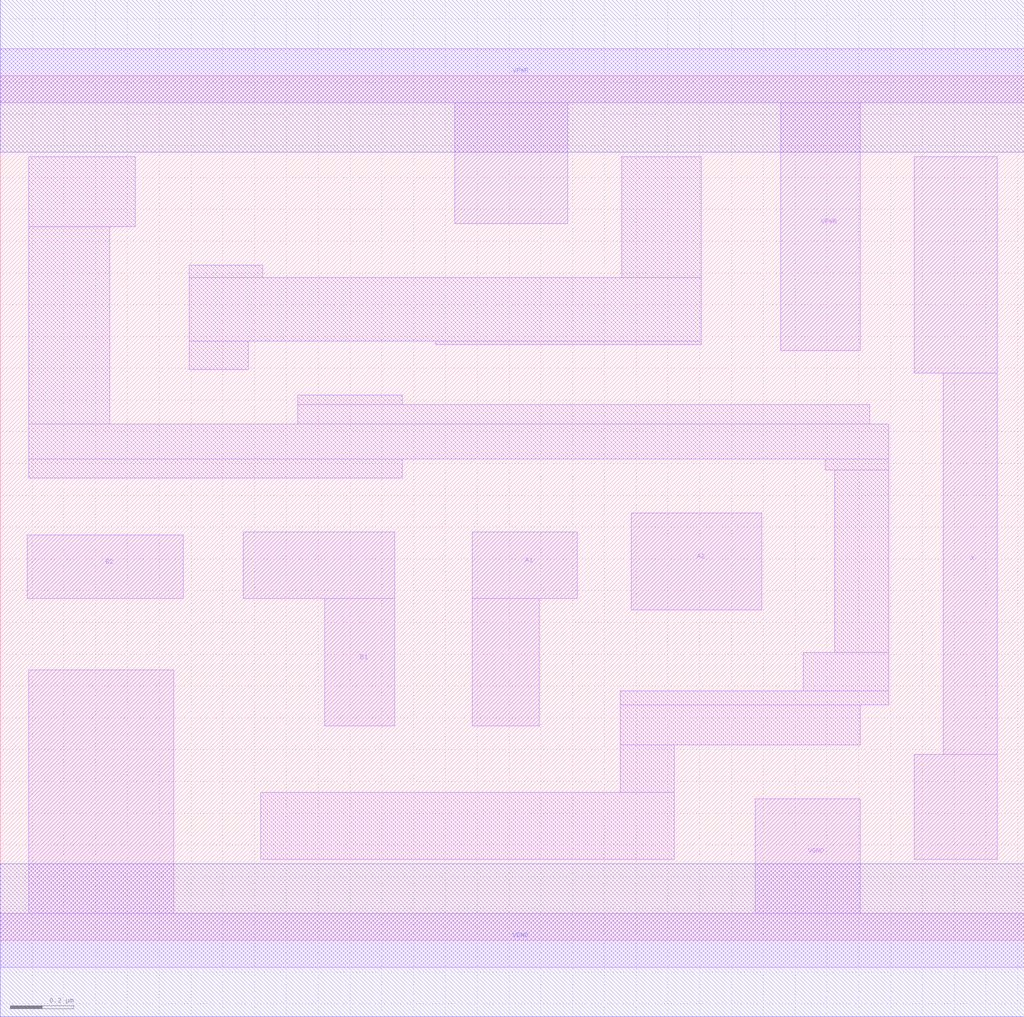
<source format=lef>
# Copyright 2020 The SkyWater PDK Authors
#
# Licensed under the Apache License, Version 2.0 (the "License");
# you may not use this file except in compliance with the License.
# You may obtain a copy of the License at
#
#     https://www.apache.org/licenses/LICENSE-2.0
#
# Unless required by applicable law or agreed to in writing, software
# distributed under the License is distributed on an "AS IS" BASIS,
# WITHOUT WARRANTIES OR CONDITIONS OF ANY KIND, either express or implied.
# See the License for the specific language governing permissions and
# limitations under the License.
#
# SPDX-License-Identifier: Apache-2.0

VERSION 5.5 ;
NAMESCASESENSITIVE ON ;
BUSBITCHARS "[]" ;
DIVIDERCHAR "/" ;
MACRO sky130_fd_sc_hd__a22o_1
  CLASS CORE ;
  SOURCE USER ;
  ORIGIN  0.000000  0.000000 ;
  SIZE  3.220000 BY  2.720000 ;
  SYMMETRY X Y R90 ;
  SITE unithd ;
  PIN A1
    ANTENNAGATEAREA  0.247500 ;
    DIRECTION INPUT ;
    USE SIGNAL ;
    PORT
      LAYER li1 ;
        RECT 1.485000 0.675000 1.695000 1.075000 ;
        RECT 1.485000 1.075000 1.815000 1.285000 ;
    END
  END A1
  PIN A2
    ANTENNAGATEAREA  0.247500 ;
    DIRECTION INPUT ;
    USE SIGNAL ;
    PORT
      LAYER li1 ;
        RECT 1.985000 1.040000 2.395000 1.345000 ;
    END
  END A2
  PIN B1
    ANTENNAGATEAREA  0.247500 ;
    DIRECTION INPUT ;
    USE SIGNAL ;
    PORT
      LAYER li1 ;
        RECT 0.765000 1.075000 1.240000 1.285000 ;
        RECT 1.020000 0.675000 1.240000 1.075000 ;
    END
  END B1
  PIN B2
    ANTENNAGATEAREA  0.247500 ;
    DIRECTION INPUT ;
    USE SIGNAL ;
    PORT
      LAYER li1 ;
        RECT 0.085000 1.075000 0.575000 1.275000 ;
    END
  END B2
  PIN X
    ANTENNADIFFAREA  0.429000 ;
    DIRECTION OUTPUT ;
    USE SIGNAL ;
    PORT
      LAYER li1 ;
        RECT 2.875000 0.255000 3.135000 0.585000 ;
        RECT 2.875000 1.785000 3.135000 2.465000 ;
        RECT 2.965000 0.585000 3.135000 1.785000 ;
    END
  END X
  PIN VGND
    DIRECTION INOUT ;
    SHAPE ABUTMENT ;
    USE GROUND ;
    PORT
      LAYER li1 ;
        RECT 0.000000 -0.085000 3.220000 0.085000 ;
        RECT 0.090000  0.085000 0.545000 0.850000 ;
        RECT 2.375000  0.085000 2.705000 0.445000 ;
    END
    PORT
      LAYER met1 ;
        RECT 0.000000 -0.240000 3.220000 0.240000 ;
    END
  END VGND
  PIN VNB
    DIRECTION INOUT ;
    USE GROUND ;
    PORT
    END
  END VNB
  PIN VPB
    DIRECTION INOUT ;
    USE POWER ;
    PORT
    END
  END VPB
  PIN VPWR
    DIRECTION INOUT ;
    SHAPE ABUTMENT ;
    USE POWER ;
    PORT
      LAYER li1 ;
        RECT 0.000000 2.635000 3.220000 2.805000 ;
        RECT 1.430000 2.255000 1.785000 2.635000 ;
        RECT 2.455000 1.855000 2.705000 2.635000 ;
    END
    PORT
      LAYER met1 ;
        RECT 0.000000 2.480000 3.220000 2.960000 ;
    END
  END VPWR
  OBS
    LAYER li1 ;
      RECT 0.090000 1.455000 1.265000 1.515000 ;
      RECT 0.090000 1.515000 2.795000 1.625000 ;
      RECT 0.090000 1.625000 0.345000 2.245000 ;
      RECT 0.090000 2.245000 0.425000 2.465000 ;
      RECT 0.595000 1.795000 0.780000 1.885000 ;
      RECT 0.595000 1.885000 2.205000 2.085000 ;
      RECT 0.595000 2.085000 0.825000 2.125000 ;
      RECT 0.820000 0.255000 2.120000 0.465000 ;
      RECT 0.935000 1.625000 2.735000 1.685000 ;
      RECT 0.935000 1.685000 1.265000 1.715000 ;
      RECT 1.370000 1.875000 2.205000 1.885000 ;
      RECT 1.950000 0.465000 2.120000 0.615000 ;
      RECT 1.950000 0.615000 2.705000 0.740000 ;
      RECT 1.950000 0.740000 2.795000 0.785000 ;
      RECT 1.955000 2.085000 2.205000 2.465000 ;
      RECT 2.525000 0.785000 2.795000 0.905000 ;
      RECT 2.595000 1.480000 2.795000 1.515000 ;
      RECT 2.625000 0.905000 2.795000 1.480000 ;
  END
END sky130_fd_sc_hd__a22o_1
END LIBRARY

</source>
